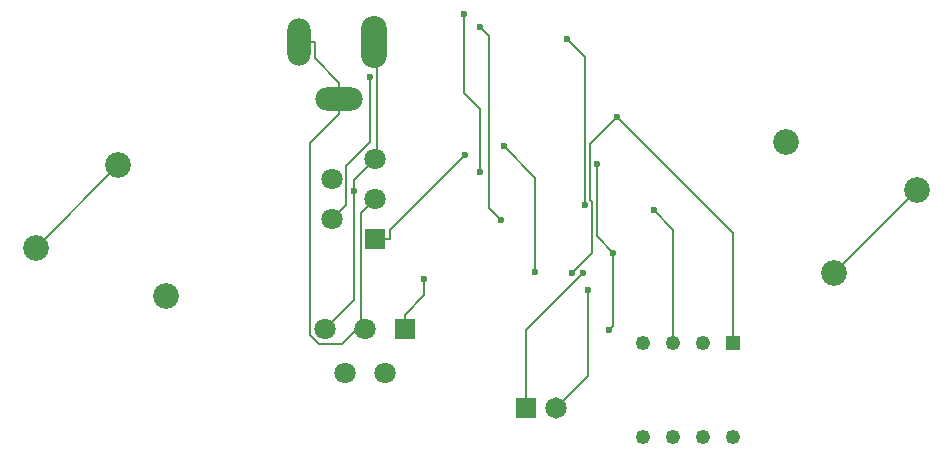
<source format=gbr>
%TF.GenerationSoftware,KiCad,Pcbnew,9.0.3*%
%TF.CreationDate,2025-12-02T00:44:41+11:00*%
%TF.ProjectId,guitar_amp,67756974-6172-45f6-916d-702e6b696361,rev?*%
%TF.SameCoordinates,Original*%
%TF.FileFunction,Copper,L2,Bot*%
%TF.FilePolarity,Positive*%
%FSLAX46Y46*%
G04 Gerber Fmt 4.6, Leading zero omitted, Abs format (unit mm)*
G04 Created by KiCad (PCBNEW 9.0.3) date 2025-12-02 00:44:41*
%MOMM*%
%LPD*%
G01*
G04 APERTURE LIST*
%TA.AperFunction,ComponentPad*%
%ADD10R,1.248000X1.248000*%
%TD*%
%TA.AperFunction,ComponentPad*%
%ADD11C,1.248000*%
%TD*%
%TA.AperFunction,ComponentPad*%
%ADD12O,2.200000X4.400000*%
%TD*%
%TA.AperFunction,ComponentPad*%
%ADD13O,2.000000X4.000000*%
%TD*%
%TA.AperFunction,ComponentPad*%
%ADD14O,4.000000X2.000000*%
%TD*%
%TA.AperFunction,ComponentPad*%
%ADD15R,1.800000X1.800000*%
%TD*%
%TA.AperFunction,ComponentPad*%
%ADD16C,1.800000*%
%TD*%
%TA.AperFunction,ComponentPad*%
%ADD17R,1.815000X1.815000*%
%TD*%
%TA.AperFunction,ComponentPad*%
%ADD18C,1.815000*%
%TD*%
%TA.AperFunction,ComponentPad*%
%ADD19C,2.175000*%
%TD*%
%TA.AperFunction,ViaPad*%
%ADD20C,0.600000*%
%TD*%
%TA.AperFunction,Conductor*%
%ADD21C,0.200000*%
%TD*%
G04 APERTURE END LIST*
D10*
%TO.P,U2,1*%
%TO.N,Net-(D1-A)*%
X198515000Y-97000000D03*
D11*
%TO.P,U2,2,-*%
%TO.N,Net-(D1-K)*%
X195975000Y-97000000D03*
%TO.P,U2,3,+*%
X193435000Y-97000000D03*
%TO.P,U2,4*%
%TO.N,N/C*%
X190895000Y-97000000D03*
%TO.P,U2,5*%
X190895000Y-104940000D03*
%TO.P,U2,6*%
X193435000Y-104940000D03*
%TO.P,U2,7*%
X195975000Y-104940000D03*
%TO.P,U2,8*%
X198515000Y-104940000D03*
%TD*%
D12*
%TO.P,J3,1*%
%TO.N,VDD*%
X168050000Y-71500000D03*
D13*
%TO.P,J3,2*%
%TO.N,GND*%
X161750000Y-71500000D03*
D14*
%TO.P,J3,3*%
X165150000Y-76300000D03*
%TD*%
D15*
%TO.P,U4,1,+*%
%TO.N,Net-(U4-+)*%
X170700000Y-95800000D03*
D16*
%TO.P,U4,2,-*%
%TO.N,Net-(U4--)*%
X169000000Y-99500000D03*
%TO.P,U4,3,V-*%
%TO.N,GND*%
X167300000Y-95800000D03*
%TO.P,U4,4*%
%TO.N,Net-(6.7k6-Pad2)*%
X165600000Y-99500000D03*
%TO.P,U4,5,V+*%
%TO.N,VDD*%
X163900000Y-95800000D03*
%TD*%
D17*
%TO.P,D3,1,K*%
%TO.N,GND*%
X180960000Y-102500000D03*
D18*
%TO.P,D3,2,A*%
%TO.N,Net-(D3-A)*%
X183500000Y-102500000D03*
%TD*%
D15*
%TO.P,U1,1,+*%
%TO.N,Net-(D1-K)*%
X168200000Y-88200000D03*
D16*
%TO.P,U1,2,-*%
%TO.N,Net-(U1--)*%
X164500000Y-86500000D03*
%TO.P,U1,3,-Vs*%
%TO.N,GND*%
X168200000Y-84800000D03*
%TO.P,U1,4*%
%TO.N,Net-(C3-Pad2)*%
X164500000Y-83100000D03*
%TO.P,U1,5,+Vs*%
%TO.N,VDD*%
X168200000Y-81400000D03*
%TD*%
D19*
%TO.P,J1,R*%
%TO.N,Net-(C1-Pad1)*%
X146430000Y-81930000D03*
%TO.P,J1,S*%
%TO.N,GND*%
X150500000Y-93000000D03*
%TO.P,J1,T*%
%TO.N,Net-(C1-Pad1)*%
X139430000Y-88930000D03*
%TD*%
%TO.P,J2,R*%
%TO.N,Net-(C10-Pad2)*%
X207070000Y-91070000D03*
%TO.P,J2,S*%
%TO.N,GND*%
X203000000Y-80000000D03*
%TO.P,J2,T*%
%TO.N,Net-(C10-Pad2)*%
X214070000Y-84070000D03*
%TD*%
D20*
%TO.N,Net-(D1-K)*%
X175783800Y-81068500D03*
X191752900Y-85740500D03*
%TO.N,VDD*%
X186963800Y-81805400D03*
X166381200Y-84158400D03*
X188003800Y-95876900D03*
X188359200Y-89365400D03*
%TO.N,GND*%
X185800100Y-91066900D03*
%TO.N,Net-(U4-+)*%
X172323500Y-91575000D03*
%TO.N,Net-(C1-Pad1)*%
X185910300Y-85329100D03*
X184409800Y-71301600D03*
%TO.N,Net-(C3-Pad1)*%
X177082900Y-70261400D03*
X178831700Y-86606400D03*
%TO.N,Net-(C3-Pad2)*%
X175714100Y-69153800D03*
X177047500Y-82500000D03*
%TO.N,Net-(C4-Pad2)*%
X181742100Y-90989600D03*
X179067500Y-80331700D03*
%TO.N,Net-(D1-A)*%
X188629800Y-77830000D03*
X184870000Y-91037000D03*
%TO.N,Net-(D3-A)*%
X186247000Y-92509500D03*
%TO.N,Net-(U1--)*%
X167772200Y-74500000D03*
%TD*%
D21*
%TO.N,Net-(D1-K)*%
X169401700Y-88200000D02*
X169401700Y-87450600D01*
X193435000Y-87422600D02*
X193435000Y-97000000D01*
X168200000Y-88200000D02*
X169401700Y-88200000D01*
X169401700Y-87450600D02*
X175783800Y-81068500D01*
X191752900Y-85740500D02*
X193435000Y-87422600D01*
%TO.N,VDD*%
X168200000Y-81400000D02*
X168373900Y-81226100D01*
X163900000Y-95800000D02*
X166381200Y-93318800D01*
X188359200Y-89365400D02*
X188359200Y-95521500D01*
X186963800Y-81805400D02*
X186963800Y-87970000D01*
X188359200Y-95521500D02*
X188003800Y-95876900D01*
X168373900Y-81226100D02*
X168373900Y-71823900D01*
X166381200Y-84158400D02*
X166381200Y-83218800D01*
X166381200Y-93318800D02*
X166381200Y-84158400D01*
X186963800Y-87970000D02*
X188359200Y-89365400D01*
X166381200Y-83218800D02*
X168200000Y-81400000D01*
X168373900Y-71823900D02*
X168050000Y-71500000D01*
%TO.N,GND*%
X165150000Y-77601700D02*
X162698300Y-80053400D01*
X165419300Y-97064700D02*
X166992000Y-95492000D01*
X163420400Y-97064700D02*
X165419300Y-97064700D01*
X180960000Y-95907000D02*
X185800100Y-91066900D01*
X166992000Y-95492000D02*
X166992000Y-86008000D01*
X162698300Y-96342600D02*
X163420400Y-97064700D01*
X167300000Y-95800000D02*
X166992000Y-95492000D01*
X166992000Y-86008000D02*
X168200000Y-84800000D01*
X165150000Y-76300000D02*
X165150000Y-77601700D01*
X165150000Y-75649100D02*
X165150000Y-76300000D01*
X165150000Y-75649100D02*
X165150000Y-74998300D01*
X162698300Y-80053400D02*
X162698300Y-96342600D01*
X180960000Y-102500000D02*
X180960000Y-95907000D01*
X163051700Y-72900000D02*
X163051700Y-71500000D01*
X165150000Y-74998300D02*
X163051700Y-72900000D01*
X161750000Y-71500000D02*
X163051700Y-71500000D01*
%TO.N,Net-(U4-+)*%
X172323500Y-92974800D02*
X172323500Y-91575000D01*
X170700000Y-94598300D02*
X172323500Y-92974800D01*
X170700000Y-95800000D02*
X170700000Y-94598300D01*
%TO.N,Net-(C1-Pad1)*%
X184409800Y-71301600D02*
X185910300Y-72802100D01*
X139430000Y-88930000D02*
X146430000Y-81930000D01*
X185910300Y-72802100D02*
X185910300Y-85329100D01*
%TO.N,Net-(C3-Pad1)*%
X177816000Y-85590700D02*
X178831700Y-86606400D01*
X177082900Y-70261400D02*
X177816000Y-70994500D01*
X177816000Y-70994500D02*
X177816000Y-85590700D01*
%TO.N,Net-(C3-Pad2)*%
X177047500Y-77190400D02*
X175714100Y-75857000D01*
X175714100Y-75857000D02*
X175714100Y-69153800D01*
X177047500Y-82500000D02*
X177047500Y-77190400D01*
%TO.N,Net-(C4-Pad2)*%
X179067500Y-80331700D02*
X181742100Y-83006300D01*
X181742100Y-83006300D02*
X181742100Y-90989600D01*
%TO.N,Net-(D1-A)*%
X186529900Y-89377100D02*
X184870000Y-91037000D01*
X186529900Y-85056400D02*
X186529900Y-89377100D01*
X186336300Y-84862800D02*
X186529900Y-85056400D01*
X198515000Y-97000000D02*
X198515000Y-87715200D01*
X188629800Y-77830000D02*
X186336300Y-80123500D01*
X198515000Y-87715200D02*
X188629800Y-77830000D01*
X186336300Y-80123500D02*
X186336300Y-84862800D01*
%TO.N,Net-(C10-Pad2)*%
X214070000Y-84070000D02*
X207070000Y-91070000D01*
%TO.N,Net-(D3-A)*%
X186247000Y-99753000D02*
X183500000Y-102500000D01*
X186247000Y-92509500D02*
X186247000Y-99753000D01*
%TO.N,Net-(U1--)*%
X165701700Y-85298300D02*
X164500000Y-86500000D01*
X165701700Y-82012800D02*
X165701700Y-85298300D01*
X167772200Y-74500000D02*
X167772200Y-79942300D01*
X167772200Y-79942300D02*
X165701700Y-82012800D01*
%TD*%
M02*

</source>
